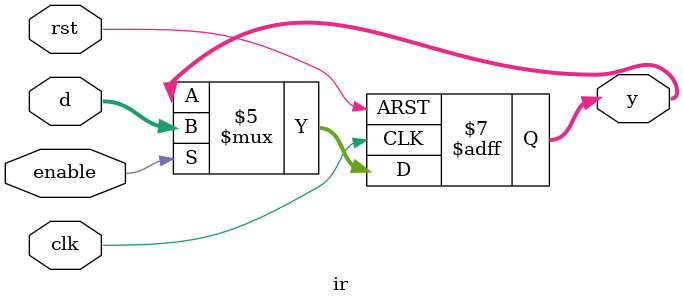
<source format=sv>
module ir(rst, clk, enable, d, y);
	
	input logic clk, rst, enable;
	input logic[31:0] d;
	output logic[31:0] y;
	
	always@(posedge clk or posedge rst) begin
		if(rst == 1'b1) begin
			y = 32'b0;
		end
		else if(enable == 1'b1) begin
			y = d;
		end
	end
	
endmodule
</source>
